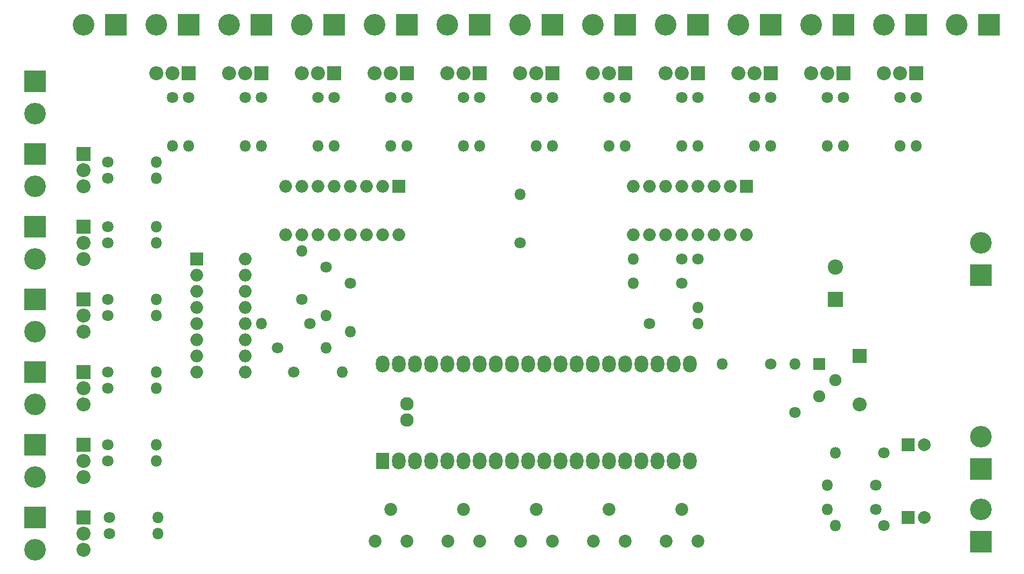
<source format=gts>
G04 #@! TF.GenerationSoftware,KiCad,Pcbnew,(5.1.5)-3*
G04 #@! TF.CreationDate,2020-04-01T15:34:46+02:00*
G04 #@! TF.ProjectId,stair,73746169-722e-46b6-9963-61645f706362,rev?*
G04 #@! TF.SameCoordinates,Original*
G04 #@! TF.FileFunction,Soldermask,Top*
G04 #@! TF.FilePolarity,Negative*
%FSLAX46Y46*%
G04 Gerber Fmt 4.6, Leading zero omitted, Abs format (unit mm)*
G04 Created by KiCad (PCBNEW (5.1.5)-3) date 2020-04-01 15:34:46*
%MOMM*%
%LPD*%
G04 APERTURE LIST*
%ADD10C,1.800000*%
%ADD11O,1.800000X1.800000*%
%ADD12R,2.400000X2.400000*%
%ADD13C,2.400000*%
%ADD14R,2.000000X2.000000*%
%ADD15O,2.000000X2.000000*%
%ADD16C,2.020000*%
%ADD17R,2.200000X2.200000*%
%ADD18O,2.200000X2.200000*%
%ADD19R,3.400000X3.400000*%
%ADD20C,3.400000*%
%ADD21O,2.127200X2.127200*%
%ADD22O,2.127200X2.650000*%
%ADD23R,2.127200X2.650000*%
%ADD24C,2.000000*%
%ADD25R,1.900000X1.900000*%
%ADD26C,1.900000*%
G04 APERTURE END LIST*
D10*
X171450000Y-105410000D03*
D11*
X179070000Y-105410000D03*
D10*
X207010000Y-130810000D03*
D11*
X199390000Y-130810000D03*
D10*
X207010000Y-134620000D03*
D11*
X199390000Y-134620000D03*
D12*
X200660000Y-101600000D03*
D13*
X200660000Y-96600000D03*
D14*
X186690000Y-83820000D03*
D15*
X168910000Y-91440000D03*
X184150000Y-83820000D03*
X171450000Y-91440000D03*
X181610000Y-83820000D03*
X173990000Y-91440000D03*
X179070000Y-83820000D03*
X176530000Y-91440000D03*
X176530000Y-83820000D03*
X179070000Y-91440000D03*
X173990000Y-83820000D03*
X181610000Y-91440000D03*
X171450000Y-83820000D03*
X184150000Y-91440000D03*
X168910000Y-83820000D03*
X186690000Y-91440000D03*
D10*
X176530000Y-95250000D03*
D11*
X168910000Y-95250000D03*
X151130000Y-85090000D03*
D10*
X151130000Y-92710000D03*
D16*
X128310000Y-139620000D03*
X130810000Y-134620000D03*
X133310000Y-139620000D03*
D14*
X100330000Y-95250000D03*
D15*
X107950000Y-113030000D03*
X100330000Y-97790000D03*
X107950000Y-110490000D03*
X100330000Y-100330000D03*
X107950000Y-107950000D03*
X100330000Y-102870000D03*
X107950000Y-105410000D03*
X100330000Y-105410000D03*
X107950000Y-102870000D03*
X100330000Y-107950000D03*
X107950000Y-100330000D03*
X100330000Y-110490000D03*
X107950000Y-97790000D03*
X100330000Y-113030000D03*
X107950000Y-95250000D03*
D16*
X151170000Y-139620000D03*
X153670000Y-134620000D03*
X156170000Y-139620000D03*
X174030000Y-139620000D03*
X176530000Y-134620000D03*
X179030000Y-139620000D03*
D14*
X132080000Y-83820000D03*
D15*
X114300000Y-91440000D03*
X129540000Y-83820000D03*
X116840000Y-91440000D03*
X127000000Y-83820000D03*
X119380000Y-91440000D03*
X124460000Y-83820000D03*
X121920000Y-91440000D03*
X121920000Y-83820000D03*
X124460000Y-91440000D03*
X119380000Y-83820000D03*
X127000000Y-91440000D03*
X116840000Y-83820000D03*
X129540000Y-91440000D03*
X114300000Y-83820000D03*
X132080000Y-91440000D03*
D16*
X162600000Y-139620000D03*
X165100000Y-134620000D03*
X167600000Y-139620000D03*
D10*
X130810000Y-69850000D03*
D11*
X130810000Y-77470000D03*
D10*
X96520000Y-69850000D03*
D11*
X96520000Y-77470000D03*
D10*
X86360000Y-115570000D03*
D11*
X93980000Y-115570000D03*
D10*
X86360000Y-104140000D03*
D11*
X93980000Y-104140000D03*
D10*
X86614000Y-138430000D03*
D11*
X94234000Y-138430000D03*
D10*
X107950000Y-69850000D03*
D11*
X107950000Y-77470000D03*
D10*
X86360000Y-127000000D03*
D11*
X93980000Y-127000000D03*
D10*
X190500000Y-111760000D03*
D11*
X182880000Y-111760000D03*
D10*
X190500000Y-69850000D03*
D11*
X190500000Y-77470000D03*
D10*
X113030000Y-109220000D03*
D11*
X120650000Y-109220000D03*
D10*
X86360000Y-92710000D03*
D11*
X93980000Y-92710000D03*
D10*
X86360000Y-82550000D03*
D11*
X93980000Y-82550000D03*
D10*
X119380000Y-69850000D03*
D11*
X119380000Y-77470000D03*
D10*
X153670000Y-69850000D03*
D11*
X153670000Y-77470000D03*
D10*
X176530000Y-69850000D03*
D11*
X176530000Y-77470000D03*
D10*
X124460000Y-99060000D03*
D11*
X124460000Y-106680000D03*
D10*
X187960000Y-69850000D03*
D11*
X187960000Y-77470000D03*
D10*
X165100000Y-69850000D03*
D11*
X165100000Y-77470000D03*
D10*
X142240000Y-69850000D03*
D11*
X142240000Y-77470000D03*
D17*
X82550000Y-124460000D03*
D18*
X82550000Y-127000000D03*
X82550000Y-129540000D03*
D17*
X82550000Y-90170000D03*
D18*
X82550000Y-92710000D03*
X82550000Y-95250000D03*
D17*
X82550000Y-78740000D03*
D18*
X82550000Y-81280000D03*
X82550000Y-83820000D03*
D17*
X99060000Y-66040000D03*
D18*
X96520000Y-66040000D03*
X93980000Y-66040000D03*
D19*
X190500000Y-58420000D03*
D20*
X185420000Y-58420000D03*
D17*
X110490000Y-66040000D03*
D18*
X107950000Y-66040000D03*
X105410000Y-66040000D03*
D17*
X121920000Y-66040000D03*
D18*
X119380000Y-66040000D03*
X116840000Y-66040000D03*
D17*
X82550000Y-113030000D03*
D18*
X82550000Y-115570000D03*
X82550000Y-118110000D03*
D17*
X133350000Y-66040000D03*
D18*
X130810000Y-66040000D03*
X128270000Y-66040000D03*
D17*
X144780000Y-66040000D03*
D18*
X142240000Y-66040000D03*
X139700000Y-66040000D03*
D17*
X156210000Y-66040000D03*
D18*
X153670000Y-66040000D03*
X151130000Y-66040000D03*
D17*
X179070000Y-66040000D03*
D18*
X176530000Y-66040000D03*
X173990000Y-66040000D03*
D17*
X167640000Y-66040000D03*
D18*
X165100000Y-66040000D03*
X162560000Y-66040000D03*
D17*
X190500000Y-66040000D03*
D18*
X187960000Y-66040000D03*
X185420000Y-66040000D03*
D17*
X82550000Y-101600000D03*
D18*
X82550000Y-104140000D03*
X82550000Y-106680000D03*
D10*
X176530000Y-99060000D03*
D11*
X168910000Y-99060000D03*
D10*
X120650000Y-96520000D03*
D11*
X120650000Y-104140000D03*
D10*
X116840000Y-101600000D03*
D11*
X116840000Y-93980000D03*
D10*
X115570000Y-113030000D03*
D11*
X123190000Y-113030000D03*
D10*
X179070000Y-95250000D03*
D11*
X179070000Y-102870000D03*
D10*
X118110000Y-105410000D03*
D11*
X110490000Y-105410000D03*
D21*
X133350000Y-120640000D03*
X133350000Y-118100000D03*
D22*
X129489200Y-111760000D03*
X132080000Y-111760000D03*
X134620000Y-111760000D03*
X137160000Y-111760000D03*
X139700000Y-111760000D03*
X142240000Y-111760000D03*
X144780000Y-111760000D03*
X147320000Y-111760000D03*
X149860000Y-111760000D03*
X152400000Y-111760000D03*
X154940000Y-111760000D03*
X157480000Y-111760000D03*
X160020000Y-111760000D03*
X162560000Y-111760000D03*
X165100000Y-111760000D03*
X167640000Y-111760000D03*
X170180000Y-111760000D03*
X172720000Y-111760000D03*
X175260000Y-111760000D03*
X177800000Y-111760000D03*
X177800000Y-127000000D03*
X175260000Y-127000000D03*
X172720000Y-127000000D03*
X170180000Y-127000000D03*
X167640000Y-127000000D03*
X165100000Y-127000000D03*
X162560000Y-127000000D03*
X160020000Y-127000000D03*
X157480000Y-127000000D03*
X154940000Y-127000000D03*
X152400000Y-127000000D03*
X149860000Y-127000000D03*
X147320000Y-127000000D03*
X144780000Y-127000000D03*
X142240000Y-127000000D03*
X139700000Y-127000000D03*
X137160000Y-127000000D03*
X134620000Y-127000000D03*
X132080000Y-127000000D03*
D23*
X129540000Y-127000000D03*
D10*
X133350000Y-69850000D03*
D11*
X133350000Y-77470000D03*
D10*
X121920000Y-69850000D03*
D11*
X121920000Y-77470000D03*
D16*
X139740000Y-139620000D03*
X142240000Y-134620000D03*
X144740000Y-139620000D03*
D10*
X86360000Y-101600000D03*
D11*
X93980000Y-101600000D03*
D10*
X167640000Y-69850000D03*
D11*
X167640000Y-77470000D03*
D10*
X144780000Y-69850000D03*
D11*
X144780000Y-77470000D03*
D10*
X110490000Y-69850000D03*
D11*
X110490000Y-77470000D03*
D10*
X99060000Y-69850000D03*
D11*
X99060000Y-77470000D03*
D10*
X86360000Y-113030000D03*
D11*
X93980000Y-113030000D03*
D10*
X86360000Y-90170000D03*
D11*
X93980000Y-90170000D03*
D10*
X86614000Y-135890000D03*
D11*
X94234000Y-135890000D03*
D10*
X156210000Y-69850000D03*
D11*
X156210000Y-77470000D03*
D10*
X86360000Y-80010000D03*
D11*
X93980000Y-80010000D03*
D10*
X86360000Y-124460000D03*
D11*
X93980000Y-124460000D03*
D10*
X179070000Y-69850000D03*
D11*
X179070000Y-77470000D03*
D19*
X144780000Y-58420000D03*
D20*
X139700000Y-58420000D03*
D19*
X156210000Y-58420000D03*
D20*
X151130000Y-58420000D03*
D19*
X167640000Y-58420000D03*
D20*
X162560000Y-58420000D03*
D19*
X179070000Y-58420000D03*
D20*
X173990000Y-58420000D03*
D19*
X99060000Y-58420000D03*
D20*
X93980000Y-58420000D03*
D19*
X87630000Y-58420000D03*
D20*
X82550000Y-58420000D03*
D19*
X74930000Y-101600000D03*
D20*
X74930000Y-106680000D03*
D17*
X82550000Y-135890000D03*
D18*
X82550000Y-138430000D03*
X82550000Y-140970000D03*
D19*
X74930000Y-78740000D03*
D20*
X74930000Y-83820000D03*
D19*
X121920000Y-58420000D03*
D20*
X116840000Y-58420000D03*
D19*
X74930000Y-113030000D03*
D20*
X74930000Y-118110000D03*
D19*
X74930000Y-124460000D03*
D20*
X74930000Y-129540000D03*
D19*
X74930000Y-67310000D03*
D20*
X74930000Y-72390000D03*
D19*
X74930000Y-135890000D03*
D20*
X74930000Y-140970000D03*
D19*
X74930000Y-90170000D03*
D20*
X74930000Y-95250000D03*
D19*
X110490000Y-58420000D03*
D20*
X105410000Y-58420000D03*
D19*
X133350000Y-58420000D03*
D20*
X128270000Y-58420000D03*
D24*
X214590000Y-135890000D03*
D14*
X212090000Y-135890000D03*
D10*
X194310000Y-119380000D03*
D11*
X194310000Y-111760000D03*
D10*
X210820000Y-69850000D03*
D11*
X210820000Y-77470000D03*
D10*
X199390000Y-69850000D03*
D11*
X199390000Y-77470000D03*
D10*
X208280000Y-125730000D03*
D11*
X200660000Y-125730000D03*
D10*
X208280000Y-137160000D03*
D11*
X200660000Y-137160000D03*
D10*
X213360000Y-69850000D03*
D11*
X213360000Y-77470000D03*
D10*
X201930000Y-69850000D03*
D11*
X201930000Y-77470000D03*
D25*
X198120000Y-111760000D03*
D26*
X198120000Y-116840000D03*
X200660000Y-114300000D03*
D24*
X214590000Y-124460000D03*
D14*
X212090000Y-124460000D03*
D19*
X224790000Y-58420000D03*
D20*
X219710000Y-58420000D03*
D19*
X201930000Y-58420000D03*
D20*
X196850000Y-58420000D03*
D19*
X213360000Y-58420000D03*
D20*
X208280000Y-58420000D03*
D17*
X201930000Y-66040000D03*
D18*
X199390000Y-66040000D03*
X196850000Y-66040000D03*
D17*
X213360000Y-66040000D03*
D18*
X210820000Y-66040000D03*
X208280000Y-66040000D03*
D17*
X204470000Y-110490000D03*
D18*
X204470000Y-118110000D03*
D19*
X223520000Y-139700000D03*
D20*
X223520000Y-134620000D03*
D19*
X223520000Y-128270000D03*
D20*
X223520000Y-123190000D03*
D19*
X223520000Y-97790000D03*
D20*
X223520000Y-92710000D03*
M02*

</source>
